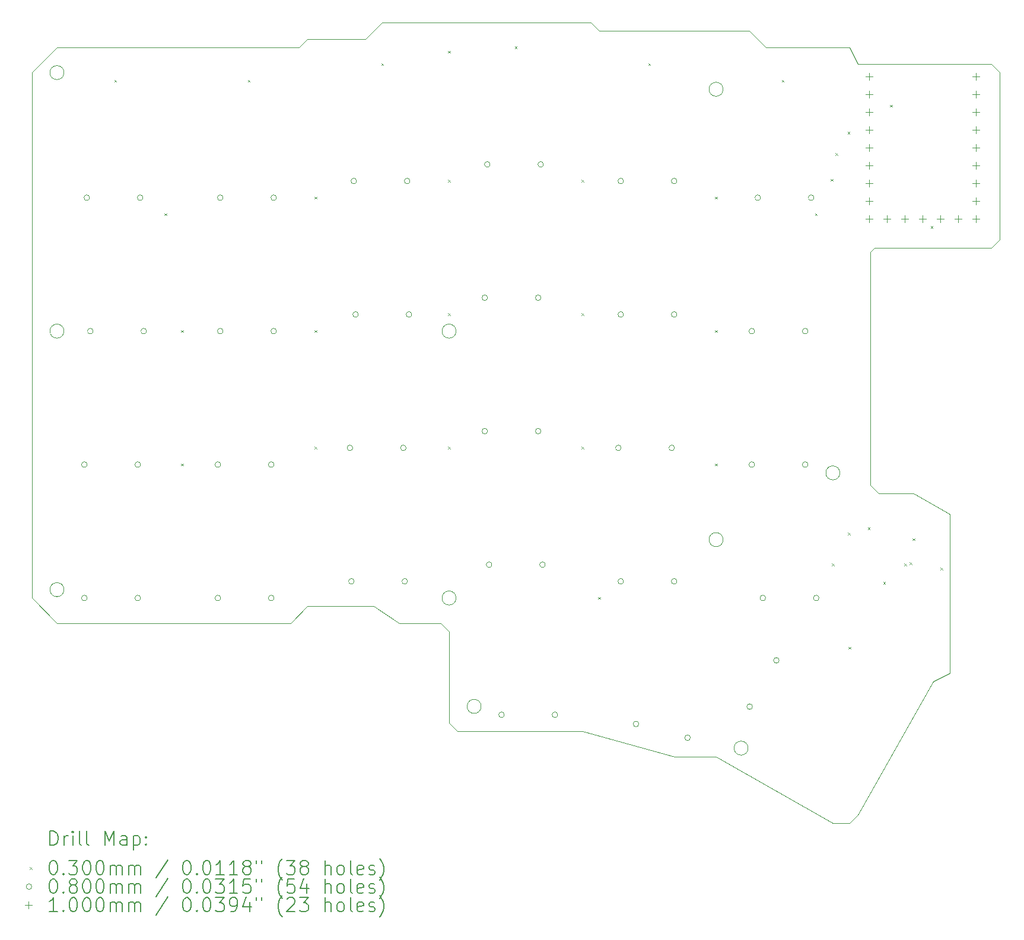
<source format=gbr>
%TF.GenerationSoftware,KiCad,Pcbnew,8.0.4*%
%TF.CreationDate,2024-09-10T03:21:52+03:00*%
%TF.ProjectId,silakka54,73696c61-6b6b-4613-9534-2e6b69636164,rev?*%
%TF.SameCoordinates,Original*%
%TF.FileFunction,Drillmap*%
%TF.FilePolarity,Positive*%
%FSLAX45Y45*%
G04 Gerber Fmt 4.5, Leading zero omitted, Abs format (unit mm)*
G04 Created by KiCad (PCBNEW 8.0.4) date 2024-09-10 03:21:52*
%MOMM*%
%LPD*%
G01*
G04 APERTURE LIST*
%ADD10C,0.050000*%
%ADD11C,0.100000*%
%ADD12C,0.200000*%
G04 APERTURE END LIST*
D10*
X10953750Y-2619375D02*
X13096875Y-2619375D01*
X13335000Y-2857500D01*
X14525625Y-2857500D01*
X14644687Y-3095625D01*
X16549687Y-3095625D01*
X16668750Y-3214687D01*
X16668750Y-5595937D01*
X16549687Y-5715000D01*
X14882812Y-5715000D01*
X14820000Y-5780000D01*
X14820000Y-9100000D01*
X14940000Y-9220000D01*
X15440000Y-9220000D01*
X15960000Y-9520000D01*
X15954375Y-11787187D01*
X15716250Y-11906250D01*
X14644687Y-13811250D01*
X14525625Y-13930312D01*
X14287500Y-13930312D01*
X12620625Y-12977812D01*
X12501562Y-12977812D01*
X12025312Y-12977812D01*
X10715625Y-12620625D01*
X8929688Y-12620625D01*
X8810625Y-12501562D01*
X8810625Y-11191875D01*
X8691563Y-11072813D01*
X8096250Y-11072813D01*
X7739062Y-10834688D01*
X6786562Y-10834688D01*
X6548437Y-11072813D01*
X3214687Y-11072813D01*
X2857500Y-10715625D01*
X2857500Y-3214687D01*
X3214687Y-2857500D01*
X6667500Y-2857500D01*
X6786562Y-2738438D01*
X7620000Y-2738438D01*
X7858125Y-2500313D01*
X10834688Y-2500313D01*
X10953750Y-2619375D01*
D11*
X3314687Y-10596563D02*
G75*
G02*
X3114687Y-10596563I-100000J0D01*
G01*
X3114687Y-10596563D02*
G75*
G02*
X3314687Y-10596563I100000J0D01*
G01*
X8910625Y-6905625D02*
G75*
G02*
X8710625Y-6905625I-100000J0D01*
G01*
X8710625Y-6905625D02*
G75*
G02*
X8910625Y-6905625I100000J0D01*
G01*
X9267813Y-12263437D02*
G75*
G02*
X9067813Y-12263437I-100000J0D01*
G01*
X9067813Y-12263437D02*
G75*
G02*
X9267813Y-12263437I100000J0D01*
G01*
X8910625Y-10715625D02*
G75*
G02*
X8710625Y-10715625I-100000J0D01*
G01*
X8710625Y-10715625D02*
G75*
G02*
X8910625Y-10715625I100000J0D01*
G01*
X12720625Y-3452812D02*
G75*
G02*
X12520625Y-3452812I-100000J0D01*
G01*
X12520625Y-3452812D02*
G75*
G02*
X12720625Y-3452812I100000J0D01*
G01*
X14387500Y-8929688D02*
G75*
G02*
X14187500Y-8929688I-100000J0D01*
G01*
X14187500Y-8929688D02*
G75*
G02*
X14387500Y-8929688I100000J0D01*
G01*
X12720625Y-9882188D02*
G75*
G02*
X12520625Y-9882188I-100000J0D01*
G01*
X12520625Y-9882188D02*
G75*
G02*
X12720625Y-9882188I100000J0D01*
G01*
X3314687Y-6905625D02*
G75*
G02*
X3114687Y-6905625I-100000J0D01*
G01*
X3114687Y-6905625D02*
G75*
G02*
X3314687Y-6905625I100000J0D01*
G01*
X13077812Y-12858750D02*
G75*
G02*
X12877812Y-12858750I-100000J0D01*
G01*
X12877812Y-12858750D02*
G75*
G02*
X13077812Y-12858750I100000J0D01*
G01*
X3314687Y-3214687D02*
G75*
G02*
X3114687Y-3214687I-100000J0D01*
G01*
X3114687Y-3214687D02*
G75*
G02*
X3314687Y-3214687I100000J0D01*
G01*
D12*
D11*
X4033125Y-3318750D02*
X4063125Y-3348750D01*
X4063125Y-3318750D02*
X4033125Y-3348750D01*
X4747500Y-5223750D02*
X4777500Y-5253750D01*
X4777500Y-5223750D02*
X4747500Y-5253750D01*
X4985625Y-6890625D02*
X5015625Y-6920625D01*
X5015625Y-6890625D02*
X4985625Y-6920625D01*
X4985625Y-8795625D02*
X5015625Y-8825625D01*
X5015625Y-8795625D02*
X4985625Y-8825625D01*
X5938125Y-3318750D02*
X5968125Y-3348750D01*
X5968125Y-3318750D02*
X5938125Y-3348750D01*
X6890625Y-4985625D02*
X6920625Y-5015625D01*
X6920625Y-4985625D02*
X6890625Y-5015625D01*
X6890625Y-6890625D02*
X6920625Y-6920625D01*
X6920625Y-6890625D02*
X6890625Y-6920625D01*
X6890625Y-8557500D02*
X6920625Y-8587500D01*
X6920625Y-8557500D02*
X6890625Y-8587500D01*
X7843125Y-3080625D02*
X7873125Y-3110625D01*
X7873125Y-3080625D02*
X7843125Y-3110625D01*
X8795625Y-2902500D02*
X8825625Y-2932500D01*
X8825625Y-2902500D02*
X8795625Y-2932500D01*
X8795625Y-4747500D02*
X8825625Y-4777500D01*
X8825625Y-4747500D02*
X8795625Y-4777500D01*
X8795625Y-6652500D02*
X8825625Y-6682500D01*
X8825625Y-6652500D02*
X8795625Y-6682500D01*
X8795625Y-8557500D02*
X8825625Y-8587500D01*
X8825625Y-8557500D02*
X8795625Y-8587500D01*
X9748125Y-2842500D02*
X9778125Y-2872500D01*
X9778125Y-2842500D02*
X9748125Y-2872500D01*
X10700625Y-4747500D02*
X10730625Y-4777500D01*
X10730625Y-4747500D02*
X10700625Y-4777500D01*
X10700625Y-6652500D02*
X10730625Y-6682500D01*
X10730625Y-6652500D02*
X10700625Y-6682500D01*
X10700625Y-8557500D02*
X10730625Y-8587500D01*
X10730625Y-8557500D02*
X10700625Y-8587500D01*
X10938750Y-10700625D02*
X10968750Y-10730625D01*
X10968750Y-10700625D02*
X10938750Y-10730625D01*
X11653125Y-3080625D02*
X11683125Y-3110625D01*
X11683125Y-3080625D02*
X11653125Y-3110625D01*
X12605625Y-4985625D02*
X12635625Y-5015625D01*
X12635625Y-4985625D02*
X12605625Y-5015625D01*
X12605625Y-6890625D02*
X12635625Y-6920625D01*
X12635625Y-6890625D02*
X12605625Y-6920625D01*
X12605625Y-8795625D02*
X12635625Y-8825625D01*
X12635625Y-8795625D02*
X12605625Y-8825625D01*
X13558125Y-3318750D02*
X13588125Y-3348750D01*
X13588125Y-3318750D02*
X13558125Y-3348750D01*
X14034375Y-5223750D02*
X14064375Y-5253750D01*
X14064375Y-5223750D02*
X14034375Y-5253750D01*
X14256827Y-4731827D02*
X14286827Y-4761827D01*
X14286827Y-4731827D02*
X14256827Y-4761827D01*
X14272500Y-10224375D02*
X14302500Y-10254375D01*
X14302500Y-10224375D02*
X14272500Y-10254375D01*
X14325000Y-4365000D02*
X14355000Y-4395000D01*
X14355000Y-4365000D02*
X14325000Y-4395000D01*
X14498198Y-4057794D02*
X14528198Y-4087794D01*
X14528198Y-4057794D02*
X14498198Y-4087794D01*
X14505000Y-9785000D02*
X14535000Y-9815000D01*
X14535000Y-9785000D02*
X14505000Y-9815000D01*
X14510625Y-11415000D02*
X14540625Y-11445000D01*
X14540625Y-11415000D02*
X14510625Y-11445000D01*
X14785000Y-9705000D02*
X14815000Y-9735000D01*
X14815000Y-9705000D02*
X14785000Y-9735000D01*
X15005000Y-10485000D02*
X15035000Y-10515000D01*
X15035000Y-10485000D02*
X15005000Y-10515000D01*
X15105937Y-3675937D02*
X15135937Y-3705937D01*
X15135937Y-3675937D02*
X15105937Y-3705937D01*
X15305000Y-10225000D02*
X15335000Y-10255000D01*
X15335000Y-10225000D02*
X15305000Y-10255000D01*
X15385000Y-10205000D02*
X15415000Y-10235000D01*
X15415000Y-10205000D02*
X15385000Y-10235000D01*
X15425000Y-9865000D02*
X15455000Y-9895000D01*
X15455000Y-9865000D02*
X15425000Y-9895000D01*
X15685000Y-5405000D02*
X15715000Y-5435000D01*
X15715000Y-5405000D02*
X15685000Y-5435000D01*
X15825000Y-10285000D02*
X15855000Y-10315000D01*
X15855000Y-10285000D02*
X15825000Y-10315000D01*
X3645875Y-8810625D02*
G75*
G02*
X3565875Y-8810625I-40000J0D01*
G01*
X3565875Y-8810625D02*
G75*
G02*
X3645875Y-8810625I40000J0D01*
G01*
X3645875Y-10715625D02*
G75*
G02*
X3565875Y-10715625I-40000J0D01*
G01*
X3565875Y-10715625D02*
G75*
G02*
X3645875Y-10715625I40000J0D01*
G01*
X3680875Y-5000625D02*
G75*
G02*
X3600875Y-5000625I-40000J0D01*
G01*
X3600875Y-5000625D02*
G75*
G02*
X3680875Y-5000625I40000J0D01*
G01*
X3730875Y-6905625D02*
G75*
G02*
X3650875Y-6905625I-40000J0D01*
G01*
X3650875Y-6905625D02*
G75*
G02*
X3730875Y-6905625I40000J0D01*
G01*
X4407875Y-8810625D02*
G75*
G02*
X4327875Y-8810625I-40000J0D01*
G01*
X4327875Y-8810625D02*
G75*
G02*
X4407875Y-8810625I40000J0D01*
G01*
X4407875Y-10715625D02*
G75*
G02*
X4327875Y-10715625I-40000J0D01*
G01*
X4327875Y-10715625D02*
G75*
G02*
X4407875Y-10715625I40000J0D01*
G01*
X4442875Y-5000625D02*
G75*
G02*
X4362875Y-5000625I-40000J0D01*
G01*
X4362875Y-5000625D02*
G75*
G02*
X4442875Y-5000625I40000J0D01*
G01*
X4492875Y-6905625D02*
G75*
G02*
X4412875Y-6905625I-40000J0D01*
G01*
X4412875Y-6905625D02*
G75*
G02*
X4492875Y-6905625I40000J0D01*
G01*
X5550875Y-8810625D02*
G75*
G02*
X5470875Y-8810625I-40000J0D01*
G01*
X5470875Y-8810625D02*
G75*
G02*
X5550875Y-8810625I40000J0D01*
G01*
X5550875Y-10715625D02*
G75*
G02*
X5470875Y-10715625I-40000J0D01*
G01*
X5470875Y-10715625D02*
G75*
G02*
X5550875Y-10715625I40000J0D01*
G01*
X5585875Y-5000625D02*
G75*
G02*
X5505875Y-5000625I-40000J0D01*
G01*
X5505875Y-5000625D02*
G75*
G02*
X5585875Y-5000625I40000J0D01*
G01*
X5585875Y-6905625D02*
G75*
G02*
X5505875Y-6905625I-40000J0D01*
G01*
X5505875Y-6905625D02*
G75*
G02*
X5585875Y-6905625I40000J0D01*
G01*
X6312875Y-8810625D02*
G75*
G02*
X6232875Y-8810625I-40000J0D01*
G01*
X6232875Y-8810625D02*
G75*
G02*
X6312875Y-8810625I40000J0D01*
G01*
X6312875Y-10715625D02*
G75*
G02*
X6232875Y-10715625I-40000J0D01*
G01*
X6232875Y-10715625D02*
G75*
G02*
X6312875Y-10715625I40000J0D01*
G01*
X6347875Y-5000625D02*
G75*
G02*
X6267875Y-5000625I-40000J0D01*
G01*
X6267875Y-5000625D02*
G75*
G02*
X6347875Y-5000625I40000J0D01*
G01*
X6347875Y-6905625D02*
G75*
G02*
X6267875Y-6905625I-40000J0D01*
G01*
X6267875Y-6905625D02*
G75*
G02*
X6347875Y-6905625I40000J0D01*
G01*
X7435875Y-8572500D02*
G75*
G02*
X7355875Y-8572500I-40000J0D01*
G01*
X7355875Y-8572500D02*
G75*
G02*
X7435875Y-8572500I40000J0D01*
G01*
X7455875Y-10477500D02*
G75*
G02*
X7375875Y-10477500I-40000J0D01*
G01*
X7375875Y-10477500D02*
G75*
G02*
X7455875Y-10477500I40000J0D01*
G01*
X7490875Y-4762500D02*
G75*
G02*
X7410875Y-4762500I-40000J0D01*
G01*
X7410875Y-4762500D02*
G75*
G02*
X7490875Y-4762500I40000J0D01*
G01*
X7515875Y-6667500D02*
G75*
G02*
X7435875Y-6667500I-40000J0D01*
G01*
X7435875Y-6667500D02*
G75*
G02*
X7515875Y-6667500I40000J0D01*
G01*
X8197875Y-8572500D02*
G75*
G02*
X8117875Y-8572500I-40000J0D01*
G01*
X8117875Y-8572500D02*
G75*
G02*
X8197875Y-8572500I40000J0D01*
G01*
X8217875Y-10477500D02*
G75*
G02*
X8137875Y-10477500I-40000J0D01*
G01*
X8137875Y-10477500D02*
G75*
G02*
X8217875Y-10477500I40000J0D01*
G01*
X8252875Y-4762500D02*
G75*
G02*
X8172875Y-4762500I-40000J0D01*
G01*
X8172875Y-4762500D02*
G75*
G02*
X8252875Y-4762500I40000J0D01*
G01*
X8277875Y-6667500D02*
G75*
G02*
X8197875Y-6667500I-40000J0D01*
G01*
X8197875Y-6667500D02*
G75*
G02*
X8277875Y-6667500I40000J0D01*
G01*
X9360875Y-8334375D02*
G75*
G02*
X9280875Y-8334375I-40000J0D01*
G01*
X9280875Y-8334375D02*
G75*
G02*
X9360875Y-8334375I40000J0D01*
G01*
X9360875Y-6429375D02*
G75*
G02*
X9280875Y-6429375I-40000J0D01*
G01*
X9280875Y-6429375D02*
G75*
G02*
X9360875Y-6429375I40000J0D01*
G01*
X9395875Y-4524375D02*
G75*
G02*
X9315875Y-4524375I-40000J0D01*
G01*
X9315875Y-4524375D02*
G75*
G02*
X9395875Y-4524375I40000J0D01*
G01*
X9422125Y-10239375D02*
G75*
G02*
X9342125Y-10239375I-40000J0D01*
G01*
X9342125Y-10239375D02*
G75*
G02*
X9422125Y-10239375I40000J0D01*
G01*
X9599000Y-12382500D02*
G75*
G02*
X9519000Y-12382500I-40000J0D01*
G01*
X9519000Y-12382500D02*
G75*
G02*
X9599000Y-12382500I40000J0D01*
G01*
X10122875Y-8334375D02*
G75*
G02*
X10042875Y-8334375I-40000J0D01*
G01*
X10042875Y-8334375D02*
G75*
G02*
X10122875Y-8334375I40000J0D01*
G01*
X10122875Y-6429375D02*
G75*
G02*
X10042875Y-6429375I-40000J0D01*
G01*
X10042875Y-6429375D02*
G75*
G02*
X10122875Y-6429375I40000J0D01*
G01*
X10157875Y-4524375D02*
G75*
G02*
X10077875Y-4524375I-40000J0D01*
G01*
X10077875Y-4524375D02*
G75*
G02*
X10157875Y-4524375I40000J0D01*
G01*
X10184125Y-10239375D02*
G75*
G02*
X10104125Y-10239375I-40000J0D01*
G01*
X10104125Y-10239375D02*
G75*
G02*
X10184125Y-10239375I40000J0D01*
G01*
X10361000Y-12382500D02*
G75*
G02*
X10281000Y-12382500I-40000J0D01*
G01*
X10281000Y-12382500D02*
G75*
G02*
X10361000Y-12382500I40000J0D01*
G01*
X11265875Y-8572500D02*
G75*
G02*
X11185875Y-8572500I-40000J0D01*
G01*
X11185875Y-8572500D02*
G75*
G02*
X11265875Y-8572500I40000J0D01*
G01*
X11300875Y-4762500D02*
G75*
G02*
X11220875Y-4762500I-40000J0D01*
G01*
X11220875Y-4762500D02*
G75*
G02*
X11300875Y-4762500I40000J0D01*
G01*
X11300875Y-6667500D02*
G75*
G02*
X11220875Y-6667500I-40000J0D01*
G01*
X11220875Y-6667500D02*
G75*
G02*
X11300875Y-6667500I40000J0D01*
G01*
X11300875Y-10477500D02*
G75*
G02*
X11220875Y-10477500I-40000J0D01*
G01*
X11220875Y-10477500D02*
G75*
G02*
X11300875Y-10477500I40000J0D01*
G01*
X11518175Y-12512956D02*
G75*
G02*
X11438175Y-12512956I-40000J0D01*
G01*
X11438175Y-12512956D02*
G75*
G02*
X11518175Y-12512956I40000J0D01*
G01*
X12027875Y-8572500D02*
G75*
G02*
X11947875Y-8572500I-40000J0D01*
G01*
X11947875Y-8572500D02*
G75*
G02*
X12027875Y-8572500I40000J0D01*
G01*
X12062875Y-4762500D02*
G75*
G02*
X11982875Y-4762500I-40000J0D01*
G01*
X11982875Y-4762500D02*
G75*
G02*
X12062875Y-4762500I40000J0D01*
G01*
X12062875Y-6667500D02*
G75*
G02*
X11982875Y-6667500I-40000J0D01*
G01*
X11982875Y-6667500D02*
G75*
G02*
X12062875Y-6667500I40000J0D01*
G01*
X12062875Y-10477500D02*
G75*
G02*
X11982875Y-10477500I-40000J0D01*
G01*
X11982875Y-10477500D02*
G75*
G02*
X12062875Y-10477500I40000J0D01*
G01*
X12254210Y-12710176D02*
G75*
G02*
X12174210Y-12710176I-40000J0D01*
G01*
X12174210Y-12710176D02*
G75*
G02*
X12254210Y-12710176I40000J0D01*
G01*
X13140750Y-12266517D02*
G75*
G02*
X13060750Y-12266517I-40000J0D01*
G01*
X13060750Y-12266517D02*
G75*
G02*
X13140750Y-12266517I40000J0D01*
G01*
X13170875Y-8810625D02*
G75*
G02*
X13090875Y-8810625I-40000J0D01*
G01*
X13090875Y-8810625D02*
G75*
G02*
X13170875Y-8810625I40000J0D01*
G01*
X13170875Y-6905625D02*
G75*
G02*
X13090875Y-6905625I-40000J0D01*
G01*
X13090875Y-6905625D02*
G75*
G02*
X13170875Y-6905625I40000J0D01*
G01*
X13255875Y-5000625D02*
G75*
G02*
X13175875Y-5000625I-40000J0D01*
G01*
X13175875Y-5000625D02*
G75*
G02*
X13255875Y-5000625I40000J0D01*
G01*
X13327375Y-10715625D02*
G75*
G02*
X13247375Y-10715625I-40000J0D01*
G01*
X13247375Y-10715625D02*
G75*
G02*
X13327375Y-10715625I40000J0D01*
G01*
X13521750Y-11606605D02*
G75*
G02*
X13441750Y-11606605I-40000J0D01*
G01*
X13441750Y-11606605D02*
G75*
G02*
X13521750Y-11606605I40000J0D01*
G01*
X13932875Y-8810625D02*
G75*
G02*
X13852875Y-8810625I-40000J0D01*
G01*
X13852875Y-8810625D02*
G75*
G02*
X13932875Y-8810625I40000J0D01*
G01*
X13932875Y-6905625D02*
G75*
G02*
X13852875Y-6905625I-40000J0D01*
G01*
X13852875Y-6905625D02*
G75*
G02*
X13932875Y-6905625I40000J0D01*
G01*
X14017875Y-5000625D02*
G75*
G02*
X13937875Y-5000625I-40000J0D01*
G01*
X13937875Y-5000625D02*
G75*
G02*
X14017875Y-5000625I40000J0D01*
G01*
X14089375Y-10715625D02*
G75*
G02*
X14009375Y-10715625I-40000J0D01*
G01*
X14009375Y-10715625D02*
G75*
G02*
X14089375Y-10715625I40000J0D01*
G01*
X14808875Y-3223125D02*
X14808875Y-3323125D01*
X14758875Y-3273125D02*
X14858875Y-3273125D01*
X14808875Y-3477125D02*
X14808875Y-3577125D01*
X14758875Y-3527125D02*
X14858875Y-3527125D01*
X14808875Y-3731125D02*
X14808875Y-3831125D01*
X14758875Y-3781125D02*
X14858875Y-3781125D01*
X14808875Y-3985125D02*
X14808875Y-4085125D01*
X14758875Y-4035125D02*
X14858875Y-4035125D01*
X14808875Y-4239125D02*
X14808875Y-4339125D01*
X14758875Y-4289125D02*
X14858875Y-4289125D01*
X14808875Y-4493125D02*
X14808875Y-4593125D01*
X14758875Y-4543125D02*
X14858875Y-4543125D01*
X14808875Y-4747125D02*
X14808875Y-4847125D01*
X14758875Y-4797125D02*
X14858875Y-4797125D01*
X14808875Y-5001125D02*
X14808875Y-5101125D01*
X14758875Y-5051125D02*
X14858875Y-5051125D01*
X14808875Y-5255125D02*
X14808875Y-5355125D01*
X14758875Y-5305125D02*
X14858875Y-5305125D01*
X15062875Y-5255125D02*
X15062875Y-5355125D01*
X15012875Y-5305125D02*
X15112875Y-5305125D01*
X15316875Y-5255125D02*
X15316875Y-5355125D01*
X15266875Y-5305125D02*
X15366875Y-5305125D01*
X15570875Y-5255125D02*
X15570875Y-5355125D01*
X15520875Y-5305125D02*
X15620875Y-5305125D01*
X15824875Y-5255125D02*
X15824875Y-5355125D01*
X15774875Y-5305125D02*
X15874875Y-5305125D01*
X16078875Y-5255125D02*
X16078875Y-5355125D01*
X16028875Y-5305125D02*
X16128875Y-5305125D01*
X16332875Y-3223125D02*
X16332875Y-3323125D01*
X16282875Y-3273125D02*
X16382875Y-3273125D01*
X16332875Y-3477125D02*
X16332875Y-3577125D01*
X16282875Y-3527125D02*
X16382875Y-3527125D01*
X16332875Y-3731125D02*
X16332875Y-3831125D01*
X16282875Y-3781125D02*
X16382875Y-3781125D01*
X16332875Y-3985125D02*
X16332875Y-4085125D01*
X16282875Y-4035125D02*
X16382875Y-4035125D01*
X16332875Y-4239125D02*
X16332875Y-4339125D01*
X16282875Y-4289125D02*
X16382875Y-4289125D01*
X16332875Y-4493125D02*
X16332875Y-4593125D01*
X16282875Y-4543125D02*
X16382875Y-4543125D01*
X16332875Y-4747125D02*
X16332875Y-4847125D01*
X16282875Y-4797125D02*
X16382875Y-4797125D01*
X16332875Y-5001125D02*
X16332875Y-5101125D01*
X16282875Y-5051125D02*
X16382875Y-5051125D01*
X16332875Y-5255125D02*
X16332875Y-5355125D01*
X16282875Y-5305125D02*
X16382875Y-5305125D01*
D12*
X3115777Y-14244296D02*
X3115777Y-14044296D01*
X3115777Y-14044296D02*
X3163396Y-14044296D01*
X3163396Y-14044296D02*
X3191967Y-14053820D01*
X3191967Y-14053820D02*
X3211015Y-14072868D01*
X3211015Y-14072868D02*
X3220539Y-14091915D01*
X3220539Y-14091915D02*
X3230062Y-14130010D01*
X3230062Y-14130010D02*
X3230062Y-14158582D01*
X3230062Y-14158582D02*
X3220539Y-14196677D01*
X3220539Y-14196677D02*
X3211015Y-14215725D01*
X3211015Y-14215725D02*
X3191967Y-14234772D01*
X3191967Y-14234772D02*
X3163396Y-14244296D01*
X3163396Y-14244296D02*
X3115777Y-14244296D01*
X3315777Y-14244296D02*
X3315777Y-14110963D01*
X3315777Y-14149058D02*
X3325301Y-14130010D01*
X3325301Y-14130010D02*
X3334824Y-14120487D01*
X3334824Y-14120487D02*
X3353872Y-14110963D01*
X3353872Y-14110963D02*
X3372920Y-14110963D01*
X3439586Y-14244296D02*
X3439586Y-14110963D01*
X3439586Y-14044296D02*
X3430062Y-14053820D01*
X3430062Y-14053820D02*
X3439586Y-14063344D01*
X3439586Y-14063344D02*
X3449110Y-14053820D01*
X3449110Y-14053820D02*
X3439586Y-14044296D01*
X3439586Y-14044296D02*
X3439586Y-14063344D01*
X3563396Y-14244296D02*
X3544348Y-14234772D01*
X3544348Y-14234772D02*
X3534824Y-14215725D01*
X3534824Y-14215725D02*
X3534824Y-14044296D01*
X3668158Y-14244296D02*
X3649110Y-14234772D01*
X3649110Y-14234772D02*
X3639586Y-14215725D01*
X3639586Y-14215725D02*
X3639586Y-14044296D01*
X3896729Y-14244296D02*
X3896729Y-14044296D01*
X3896729Y-14044296D02*
X3963396Y-14187153D01*
X3963396Y-14187153D02*
X4030062Y-14044296D01*
X4030062Y-14044296D02*
X4030062Y-14244296D01*
X4211015Y-14244296D02*
X4211015Y-14139534D01*
X4211015Y-14139534D02*
X4201491Y-14120487D01*
X4201491Y-14120487D02*
X4182443Y-14110963D01*
X4182443Y-14110963D02*
X4144348Y-14110963D01*
X4144348Y-14110963D02*
X4125301Y-14120487D01*
X4211015Y-14234772D02*
X4191967Y-14244296D01*
X4191967Y-14244296D02*
X4144348Y-14244296D01*
X4144348Y-14244296D02*
X4125301Y-14234772D01*
X4125301Y-14234772D02*
X4115777Y-14215725D01*
X4115777Y-14215725D02*
X4115777Y-14196677D01*
X4115777Y-14196677D02*
X4125301Y-14177630D01*
X4125301Y-14177630D02*
X4144348Y-14168106D01*
X4144348Y-14168106D02*
X4191967Y-14168106D01*
X4191967Y-14168106D02*
X4211015Y-14158582D01*
X4306253Y-14110963D02*
X4306253Y-14310963D01*
X4306253Y-14120487D02*
X4325301Y-14110963D01*
X4325301Y-14110963D02*
X4363396Y-14110963D01*
X4363396Y-14110963D02*
X4382444Y-14120487D01*
X4382444Y-14120487D02*
X4391967Y-14130010D01*
X4391967Y-14130010D02*
X4401491Y-14149058D01*
X4401491Y-14149058D02*
X4401491Y-14206201D01*
X4401491Y-14206201D02*
X4391967Y-14225249D01*
X4391967Y-14225249D02*
X4382444Y-14234772D01*
X4382444Y-14234772D02*
X4363396Y-14244296D01*
X4363396Y-14244296D02*
X4325301Y-14244296D01*
X4325301Y-14244296D02*
X4306253Y-14234772D01*
X4487205Y-14225249D02*
X4496729Y-14234772D01*
X4496729Y-14234772D02*
X4487205Y-14244296D01*
X4487205Y-14244296D02*
X4477682Y-14234772D01*
X4477682Y-14234772D02*
X4487205Y-14225249D01*
X4487205Y-14225249D02*
X4487205Y-14244296D01*
X4487205Y-14120487D02*
X4496729Y-14130010D01*
X4496729Y-14130010D02*
X4487205Y-14139534D01*
X4487205Y-14139534D02*
X4477682Y-14130010D01*
X4477682Y-14130010D02*
X4487205Y-14120487D01*
X4487205Y-14120487D02*
X4487205Y-14139534D01*
D11*
X2825000Y-14557812D02*
X2855000Y-14587812D01*
X2855000Y-14557812D02*
X2825000Y-14587812D01*
D12*
X3153872Y-14464296D02*
X3172920Y-14464296D01*
X3172920Y-14464296D02*
X3191967Y-14473820D01*
X3191967Y-14473820D02*
X3201491Y-14483344D01*
X3201491Y-14483344D02*
X3211015Y-14502391D01*
X3211015Y-14502391D02*
X3220539Y-14540487D01*
X3220539Y-14540487D02*
X3220539Y-14588106D01*
X3220539Y-14588106D02*
X3211015Y-14626201D01*
X3211015Y-14626201D02*
X3201491Y-14645249D01*
X3201491Y-14645249D02*
X3191967Y-14654772D01*
X3191967Y-14654772D02*
X3172920Y-14664296D01*
X3172920Y-14664296D02*
X3153872Y-14664296D01*
X3153872Y-14664296D02*
X3134824Y-14654772D01*
X3134824Y-14654772D02*
X3125301Y-14645249D01*
X3125301Y-14645249D02*
X3115777Y-14626201D01*
X3115777Y-14626201D02*
X3106253Y-14588106D01*
X3106253Y-14588106D02*
X3106253Y-14540487D01*
X3106253Y-14540487D02*
X3115777Y-14502391D01*
X3115777Y-14502391D02*
X3125301Y-14483344D01*
X3125301Y-14483344D02*
X3134824Y-14473820D01*
X3134824Y-14473820D02*
X3153872Y-14464296D01*
X3306253Y-14645249D02*
X3315777Y-14654772D01*
X3315777Y-14654772D02*
X3306253Y-14664296D01*
X3306253Y-14664296D02*
X3296729Y-14654772D01*
X3296729Y-14654772D02*
X3306253Y-14645249D01*
X3306253Y-14645249D02*
X3306253Y-14664296D01*
X3382443Y-14464296D02*
X3506253Y-14464296D01*
X3506253Y-14464296D02*
X3439586Y-14540487D01*
X3439586Y-14540487D02*
X3468158Y-14540487D01*
X3468158Y-14540487D02*
X3487205Y-14550010D01*
X3487205Y-14550010D02*
X3496729Y-14559534D01*
X3496729Y-14559534D02*
X3506253Y-14578582D01*
X3506253Y-14578582D02*
X3506253Y-14626201D01*
X3506253Y-14626201D02*
X3496729Y-14645249D01*
X3496729Y-14645249D02*
X3487205Y-14654772D01*
X3487205Y-14654772D02*
X3468158Y-14664296D01*
X3468158Y-14664296D02*
X3411015Y-14664296D01*
X3411015Y-14664296D02*
X3391967Y-14654772D01*
X3391967Y-14654772D02*
X3382443Y-14645249D01*
X3630062Y-14464296D02*
X3649110Y-14464296D01*
X3649110Y-14464296D02*
X3668158Y-14473820D01*
X3668158Y-14473820D02*
X3677682Y-14483344D01*
X3677682Y-14483344D02*
X3687205Y-14502391D01*
X3687205Y-14502391D02*
X3696729Y-14540487D01*
X3696729Y-14540487D02*
X3696729Y-14588106D01*
X3696729Y-14588106D02*
X3687205Y-14626201D01*
X3687205Y-14626201D02*
X3677682Y-14645249D01*
X3677682Y-14645249D02*
X3668158Y-14654772D01*
X3668158Y-14654772D02*
X3649110Y-14664296D01*
X3649110Y-14664296D02*
X3630062Y-14664296D01*
X3630062Y-14664296D02*
X3611015Y-14654772D01*
X3611015Y-14654772D02*
X3601491Y-14645249D01*
X3601491Y-14645249D02*
X3591967Y-14626201D01*
X3591967Y-14626201D02*
X3582443Y-14588106D01*
X3582443Y-14588106D02*
X3582443Y-14540487D01*
X3582443Y-14540487D02*
X3591967Y-14502391D01*
X3591967Y-14502391D02*
X3601491Y-14483344D01*
X3601491Y-14483344D02*
X3611015Y-14473820D01*
X3611015Y-14473820D02*
X3630062Y-14464296D01*
X3820539Y-14464296D02*
X3839586Y-14464296D01*
X3839586Y-14464296D02*
X3858634Y-14473820D01*
X3858634Y-14473820D02*
X3868158Y-14483344D01*
X3868158Y-14483344D02*
X3877682Y-14502391D01*
X3877682Y-14502391D02*
X3887205Y-14540487D01*
X3887205Y-14540487D02*
X3887205Y-14588106D01*
X3887205Y-14588106D02*
X3877682Y-14626201D01*
X3877682Y-14626201D02*
X3868158Y-14645249D01*
X3868158Y-14645249D02*
X3858634Y-14654772D01*
X3858634Y-14654772D02*
X3839586Y-14664296D01*
X3839586Y-14664296D02*
X3820539Y-14664296D01*
X3820539Y-14664296D02*
X3801491Y-14654772D01*
X3801491Y-14654772D02*
X3791967Y-14645249D01*
X3791967Y-14645249D02*
X3782443Y-14626201D01*
X3782443Y-14626201D02*
X3772920Y-14588106D01*
X3772920Y-14588106D02*
X3772920Y-14540487D01*
X3772920Y-14540487D02*
X3782443Y-14502391D01*
X3782443Y-14502391D02*
X3791967Y-14483344D01*
X3791967Y-14483344D02*
X3801491Y-14473820D01*
X3801491Y-14473820D02*
X3820539Y-14464296D01*
X3972920Y-14664296D02*
X3972920Y-14530963D01*
X3972920Y-14550010D02*
X3982443Y-14540487D01*
X3982443Y-14540487D02*
X4001491Y-14530963D01*
X4001491Y-14530963D02*
X4030063Y-14530963D01*
X4030063Y-14530963D02*
X4049110Y-14540487D01*
X4049110Y-14540487D02*
X4058634Y-14559534D01*
X4058634Y-14559534D02*
X4058634Y-14664296D01*
X4058634Y-14559534D02*
X4068158Y-14540487D01*
X4068158Y-14540487D02*
X4087205Y-14530963D01*
X4087205Y-14530963D02*
X4115777Y-14530963D01*
X4115777Y-14530963D02*
X4134824Y-14540487D01*
X4134824Y-14540487D02*
X4144348Y-14559534D01*
X4144348Y-14559534D02*
X4144348Y-14664296D01*
X4239586Y-14664296D02*
X4239586Y-14530963D01*
X4239586Y-14550010D02*
X4249110Y-14540487D01*
X4249110Y-14540487D02*
X4268158Y-14530963D01*
X4268158Y-14530963D02*
X4296729Y-14530963D01*
X4296729Y-14530963D02*
X4315777Y-14540487D01*
X4315777Y-14540487D02*
X4325301Y-14559534D01*
X4325301Y-14559534D02*
X4325301Y-14664296D01*
X4325301Y-14559534D02*
X4334825Y-14540487D01*
X4334825Y-14540487D02*
X4353872Y-14530963D01*
X4353872Y-14530963D02*
X4382444Y-14530963D01*
X4382444Y-14530963D02*
X4401491Y-14540487D01*
X4401491Y-14540487D02*
X4411015Y-14559534D01*
X4411015Y-14559534D02*
X4411015Y-14664296D01*
X4801491Y-14454772D02*
X4630063Y-14711915D01*
X5058634Y-14464296D02*
X5077682Y-14464296D01*
X5077682Y-14464296D02*
X5096729Y-14473820D01*
X5096729Y-14473820D02*
X5106253Y-14483344D01*
X5106253Y-14483344D02*
X5115777Y-14502391D01*
X5115777Y-14502391D02*
X5125301Y-14540487D01*
X5125301Y-14540487D02*
X5125301Y-14588106D01*
X5125301Y-14588106D02*
X5115777Y-14626201D01*
X5115777Y-14626201D02*
X5106253Y-14645249D01*
X5106253Y-14645249D02*
X5096729Y-14654772D01*
X5096729Y-14654772D02*
X5077682Y-14664296D01*
X5077682Y-14664296D02*
X5058634Y-14664296D01*
X5058634Y-14664296D02*
X5039587Y-14654772D01*
X5039587Y-14654772D02*
X5030063Y-14645249D01*
X5030063Y-14645249D02*
X5020539Y-14626201D01*
X5020539Y-14626201D02*
X5011015Y-14588106D01*
X5011015Y-14588106D02*
X5011015Y-14540487D01*
X5011015Y-14540487D02*
X5020539Y-14502391D01*
X5020539Y-14502391D02*
X5030063Y-14483344D01*
X5030063Y-14483344D02*
X5039587Y-14473820D01*
X5039587Y-14473820D02*
X5058634Y-14464296D01*
X5211015Y-14645249D02*
X5220539Y-14654772D01*
X5220539Y-14654772D02*
X5211015Y-14664296D01*
X5211015Y-14664296D02*
X5201491Y-14654772D01*
X5201491Y-14654772D02*
X5211015Y-14645249D01*
X5211015Y-14645249D02*
X5211015Y-14664296D01*
X5344348Y-14464296D02*
X5363396Y-14464296D01*
X5363396Y-14464296D02*
X5382444Y-14473820D01*
X5382444Y-14473820D02*
X5391968Y-14483344D01*
X5391968Y-14483344D02*
X5401491Y-14502391D01*
X5401491Y-14502391D02*
X5411015Y-14540487D01*
X5411015Y-14540487D02*
X5411015Y-14588106D01*
X5411015Y-14588106D02*
X5401491Y-14626201D01*
X5401491Y-14626201D02*
X5391968Y-14645249D01*
X5391968Y-14645249D02*
X5382444Y-14654772D01*
X5382444Y-14654772D02*
X5363396Y-14664296D01*
X5363396Y-14664296D02*
X5344348Y-14664296D01*
X5344348Y-14664296D02*
X5325301Y-14654772D01*
X5325301Y-14654772D02*
X5315777Y-14645249D01*
X5315777Y-14645249D02*
X5306253Y-14626201D01*
X5306253Y-14626201D02*
X5296729Y-14588106D01*
X5296729Y-14588106D02*
X5296729Y-14540487D01*
X5296729Y-14540487D02*
X5306253Y-14502391D01*
X5306253Y-14502391D02*
X5315777Y-14483344D01*
X5315777Y-14483344D02*
X5325301Y-14473820D01*
X5325301Y-14473820D02*
X5344348Y-14464296D01*
X5601491Y-14664296D02*
X5487206Y-14664296D01*
X5544348Y-14664296D02*
X5544348Y-14464296D01*
X5544348Y-14464296D02*
X5525301Y-14492868D01*
X5525301Y-14492868D02*
X5506253Y-14511915D01*
X5506253Y-14511915D02*
X5487206Y-14521439D01*
X5791967Y-14664296D02*
X5677682Y-14664296D01*
X5734825Y-14664296D02*
X5734825Y-14464296D01*
X5734825Y-14464296D02*
X5715777Y-14492868D01*
X5715777Y-14492868D02*
X5696729Y-14511915D01*
X5696729Y-14511915D02*
X5677682Y-14521439D01*
X5906253Y-14550010D02*
X5887206Y-14540487D01*
X5887206Y-14540487D02*
X5877682Y-14530963D01*
X5877682Y-14530963D02*
X5868158Y-14511915D01*
X5868158Y-14511915D02*
X5868158Y-14502391D01*
X5868158Y-14502391D02*
X5877682Y-14483344D01*
X5877682Y-14483344D02*
X5887206Y-14473820D01*
X5887206Y-14473820D02*
X5906253Y-14464296D01*
X5906253Y-14464296D02*
X5944348Y-14464296D01*
X5944348Y-14464296D02*
X5963396Y-14473820D01*
X5963396Y-14473820D02*
X5972920Y-14483344D01*
X5972920Y-14483344D02*
X5982444Y-14502391D01*
X5982444Y-14502391D02*
X5982444Y-14511915D01*
X5982444Y-14511915D02*
X5972920Y-14530963D01*
X5972920Y-14530963D02*
X5963396Y-14540487D01*
X5963396Y-14540487D02*
X5944348Y-14550010D01*
X5944348Y-14550010D02*
X5906253Y-14550010D01*
X5906253Y-14550010D02*
X5887206Y-14559534D01*
X5887206Y-14559534D02*
X5877682Y-14569058D01*
X5877682Y-14569058D02*
X5868158Y-14588106D01*
X5868158Y-14588106D02*
X5868158Y-14626201D01*
X5868158Y-14626201D02*
X5877682Y-14645249D01*
X5877682Y-14645249D02*
X5887206Y-14654772D01*
X5887206Y-14654772D02*
X5906253Y-14664296D01*
X5906253Y-14664296D02*
X5944348Y-14664296D01*
X5944348Y-14664296D02*
X5963396Y-14654772D01*
X5963396Y-14654772D02*
X5972920Y-14645249D01*
X5972920Y-14645249D02*
X5982444Y-14626201D01*
X5982444Y-14626201D02*
X5982444Y-14588106D01*
X5982444Y-14588106D02*
X5972920Y-14569058D01*
X5972920Y-14569058D02*
X5963396Y-14559534D01*
X5963396Y-14559534D02*
X5944348Y-14550010D01*
X6058634Y-14464296D02*
X6058634Y-14502391D01*
X6134825Y-14464296D02*
X6134825Y-14502391D01*
X6430063Y-14740487D02*
X6420539Y-14730963D01*
X6420539Y-14730963D02*
X6401491Y-14702391D01*
X6401491Y-14702391D02*
X6391968Y-14683344D01*
X6391968Y-14683344D02*
X6382444Y-14654772D01*
X6382444Y-14654772D02*
X6372920Y-14607153D01*
X6372920Y-14607153D02*
X6372920Y-14569058D01*
X6372920Y-14569058D02*
X6382444Y-14521439D01*
X6382444Y-14521439D02*
X6391968Y-14492868D01*
X6391968Y-14492868D02*
X6401491Y-14473820D01*
X6401491Y-14473820D02*
X6420539Y-14445249D01*
X6420539Y-14445249D02*
X6430063Y-14435725D01*
X6487206Y-14464296D02*
X6611015Y-14464296D01*
X6611015Y-14464296D02*
X6544348Y-14540487D01*
X6544348Y-14540487D02*
X6572920Y-14540487D01*
X6572920Y-14540487D02*
X6591968Y-14550010D01*
X6591968Y-14550010D02*
X6601491Y-14559534D01*
X6601491Y-14559534D02*
X6611015Y-14578582D01*
X6611015Y-14578582D02*
X6611015Y-14626201D01*
X6611015Y-14626201D02*
X6601491Y-14645249D01*
X6601491Y-14645249D02*
X6591968Y-14654772D01*
X6591968Y-14654772D02*
X6572920Y-14664296D01*
X6572920Y-14664296D02*
X6515777Y-14664296D01*
X6515777Y-14664296D02*
X6496729Y-14654772D01*
X6496729Y-14654772D02*
X6487206Y-14645249D01*
X6725301Y-14550010D02*
X6706253Y-14540487D01*
X6706253Y-14540487D02*
X6696729Y-14530963D01*
X6696729Y-14530963D02*
X6687206Y-14511915D01*
X6687206Y-14511915D02*
X6687206Y-14502391D01*
X6687206Y-14502391D02*
X6696729Y-14483344D01*
X6696729Y-14483344D02*
X6706253Y-14473820D01*
X6706253Y-14473820D02*
X6725301Y-14464296D01*
X6725301Y-14464296D02*
X6763396Y-14464296D01*
X6763396Y-14464296D02*
X6782444Y-14473820D01*
X6782444Y-14473820D02*
X6791968Y-14483344D01*
X6791968Y-14483344D02*
X6801491Y-14502391D01*
X6801491Y-14502391D02*
X6801491Y-14511915D01*
X6801491Y-14511915D02*
X6791968Y-14530963D01*
X6791968Y-14530963D02*
X6782444Y-14540487D01*
X6782444Y-14540487D02*
X6763396Y-14550010D01*
X6763396Y-14550010D02*
X6725301Y-14550010D01*
X6725301Y-14550010D02*
X6706253Y-14559534D01*
X6706253Y-14559534D02*
X6696729Y-14569058D01*
X6696729Y-14569058D02*
X6687206Y-14588106D01*
X6687206Y-14588106D02*
X6687206Y-14626201D01*
X6687206Y-14626201D02*
X6696729Y-14645249D01*
X6696729Y-14645249D02*
X6706253Y-14654772D01*
X6706253Y-14654772D02*
X6725301Y-14664296D01*
X6725301Y-14664296D02*
X6763396Y-14664296D01*
X6763396Y-14664296D02*
X6782444Y-14654772D01*
X6782444Y-14654772D02*
X6791968Y-14645249D01*
X6791968Y-14645249D02*
X6801491Y-14626201D01*
X6801491Y-14626201D02*
X6801491Y-14588106D01*
X6801491Y-14588106D02*
X6791968Y-14569058D01*
X6791968Y-14569058D02*
X6782444Y-14559534D01*
X6782444Y-14559534D02*
X6763396Y-14550010D01*
X7039587Y-14664296D02*
X7039587Y-14464296D01*
X7125301Y-14664296D02*
X7125301Y-14559534D01*
X7125301Y-14559534D02*
X7115777Y-14540487D01*
X7115777Y-14540487D02*
X7096730Y-14530963D01*
X7096730Y-14530963D02*
X7068158Y-14530963D01*
X7068158Y-14530963D02*
X7049110Y-14540487D01*
X7049110Y-14540487D02*
X7039587Y-14550010D01*
X7249110Y-14664296D02*
X7230063Y-14654772D01*
X7230063Y-14654772D02*
X7220539Y-14645249D01*
X7220539Y-14645249D02*
X7211015Y-14626201D01*
X7211015Y-14626201D02*
X7211015Y-14569058D01*
X7211015Y-14569058D02*
X7220539Y-14550010D01*
X7220539Y-14550010D02*
X7230063Y-14540487D01*
X7230063Y-14540487D02*
X7249110Y-14530963D01*
X7249110Y-14530963D02*
X7277682Y-14530963D01*
X7277682Y-14530963D02*
X7296730Y-14540487D01*
X7296730Y-14540487D02*
X7306253Y-14550010D01*
X7306253Y-14550010D02*
X7315777Y-14569058D01*
X7315777Y-14569058D02*
X7315777Y-14626201D01*
X7315777Y-14626201D02*
X7306253Y-14645249D01*
X7306253Y-14645249D02*
X7296730Y-14654772D01*
X7296730Y-14654772D02*
X7277682Y-14664296D01*
X7277682Y-14664296D02*
X7249110Y-14664296D01*
X7430063Y-14664296D02*
X7411015Y-14654772D01*
X7411015Y-14654772D02*
X7401491Y-14635725D01*
X7401491Y-14635725D02*
X7401491Y-14464296D01*
X7582444Y-14654772D02*
X7563396Y-14664296D01*
X7563396Y-14664296D02*
X7525301Y-14664296D01*
X7525301Y-14664296D02*
X7506253Y-14654772D01*
X7506253Y-14654772D02*
X7496730Y-14635725D01*
X7496730Y-14635725D02*
X7496730Y-14559534D01*
X7496730Y-14559534D02*
X7506253Y-14540487D01*
X7506253Y-14540487D02*
X7525301Y-14530963D01*
X7525301Y-14530963D02*
X7563396Y-14530963D01*
X7563396Y-14530963D02*
X7582444Y-14540487D01*
X7582444Y-14540487D02*
X7591968Y-14559534D01*
X7591968Y-14559534D02*
X7591968Y-14578582D01*
X7591968Y-14578582D02*
X7496730Y-14597630D01*
X7668158Y-14654772D02*
X7687206Y-14664296D01*
X7687206Y-14664296D02*
X7725301Y-14664296D01*
X7725301Y-14664296D02*
X7744349Y-14654772D01*
X7744349Y-14654772D02*
X7753872Y-14635725D01*
X7753872Y-14635725D02*
X7753872Y-14626201D01*
X7753872Y-14626201D02*
X7744349Y-14607153D01*
X7744349Y-14607153D02*
X7725301Y-14597630D01*
X7725301Y-14597630D02*
X7696730Y-14597630D01*
X7696730Y-14597630D02*
X7677682Y-14588106D01*
X7677682Y-14588106D02*
X7668158Y-14569058D01*
X7668158Y-14569058D02*
X7668158Y-14559534D01*
X7668158Y-14559534D02*
X7677682Y-14540487D01*
X7677682Y-14540487D02*
X7696730Y-14530963D01*
X7696730Y-14530963D02*
X7725301Y-14530963D01*
X7725301Y-14530963D02*
X7744349Y-14540487D01*
X7820539Y-14740487D02*
X7830063Y-14730963D01*
X7830063Y-14730963D02*
X7849111Y-14702391D01*
X7849111Y-14702391D02*
X7858634Y-14683344D01*
X7858634Y-14683344D02*
X7868158Y-14654772D01*
X7868158Y-14654772D02*
X7877682Y-14607153D01*
X7877682Y-14607153D02*
X7877682Y-14569058D01*
X7877682Y-14569058D02*
X7868158Y-14521439D01*
X7868158Y-14521439D02*
X7858634Y-14492868D01*
X7858634Y-14492868D02*
X7849111Y-14473820D01*
X7849111Y-14473820D02*
X7830063Y-14445249D01*
X7830063Y-14445249D02*
X7820539Y-14435725D01*
D11*
X2855000Y-14836812D02*
G75*
G02*
X2775000Y-14836812I-40000J0D01*
G01*
X2775000Y-14836812D02*
G75*
G02*
X2855000Y-14836812I40000J0D01*
G01*
D12*
X3153872Y-14728296D02*
X3172920Y-14728296D01*
X3172920Y-14728296D02*
X3191967Y-14737820D01*
X3191967Y-14737820D02*
X3201491Y-14747344D01*
X3201491Y-14747344D02*
X3211015Y-14766391D01*
X3211015Y-14766391D02*
X3220539Y-14804487D01*
X3220539Y-14804487D02*
X3220539Y-14852106D01*
X3220539Y-14852106D02*
X3211015Y-14890201D01*
X3211015Y-14890201D02*
X3201491Y-14909249D01*
X3201491Y-14909249D02*
X3191967Y-14918772D01*
X3191967Y-14918772D02*
X3172920Y-14928296D01*
X3172920Y-14928296D02*
X3153872Y-14928296D01*
X3153872Y-14928296D02*
X3134824Y-14918772D01*
X3134824Y-14918772D02*
X3125301Y-14909249D01*
X3125301Y-14909249D02*
X3115777Y-14890201D01*
X3115777Y-14890201D02*
X3106253Y-14852106D01*
X3106253Y-14852106D02*
X3106253Y-14804487D01*
X3106253Y-14804487D02*
X3115777Y-14766391D01*
X3115777Y-14766391D02*
X3125301Y-14747344D01*
X3125301Y-14747344D02*
X3134824Y-14737820D01*
X3134824Y-14737820D02*
X3153872Y-14728296D01*
X3306253Y-14909249D02*
X3315777Y-14918772D01*
X3315777Y-14918772D02*
X3306253Y-14928296D01*
X3306253Y-14928296D02*
X3296729Y-14918772D01*
X3296729Y-14918772D02*
X3306253Y-14909249D01*
X3306253Y-14909249D02*
X3306253Y-14928296D01*
X3430062Y-14814010D02*
X3411015Y-14804487D01*
X3411015Y-14804487D02*
X3401491Y-14794963D01*
X3401491Y-14794963D02*
X3391967Y-14775915D01*
X3391967Y-14775915D02*
X3391967Y-14766391D01*
X3391967Y-14766391D02*
X3401491Y-14747344D01*
X3401491Y-14747344D02*
X3411015Y-14737820D01*
X3411015Y-14737820D02*
X3430062Y-14728296D01*
X3430062Y-14728296D02*
X3468158Y-14728296D01*
X3468158Y-14728296D02*
X3487205Y-14737820D01*
X3487205Y-14737820D02*
X3496729Y-14747344D01*
X3496729Y-14747344D02*
X3506253Y-14766391D01*
X3506253Y-14766391D02*
X3506253Y-14775915D01*
X3506253Y-14775915D02*
X3496729Y-14794963D01*
X3496729Y-14794963D02*
X3487205Y-14804487D01*
X3487205Y-14804487D02*
X3468158Y-14814010D01*
X3468158Y-14814010D02*
X3430062Y-14814010D01*
X3430062Y-14814010D02*
X3411015Y-14823534D01*
X3411015Y-14823534D02*
X3401491Y-14833058D01*
X3401491Y-14833058D02*
X3391967Y-14852106D01*
X3391967Y-14852106D02*
X3391967Y-14890201D01*
X3391967Y-14890201D02*
X3401491Y-14909249D01*
X3401491Y-14909249D02*
X3411015Y-14918772D01*
X3411015Y-14918772D02*
X3430062Y-14928296D01*
X3430062Y-14928296D02*
X3468158Y-14928296D01*
X3468158Y-14928296D02*
X3487205Y-14918772D01*
X3487205Y-14918772D02*
X3496729Y-14909249D01*
X3496729Y-14909249D02*
X3506253Y-14890201D01*
X3506253Y-14890201D02*
X3506253Y-14852106D01*
X3506253Y-14852106D02*
X3496729Y-14833058D01*
X3496729Y-14833058D02*
X3487205Y-14823534D01*
X3487205Y-14823534D02*
X3468158Y-14814010D01*
X3630062Y-14728296D02*
X3649110Y-14728296D01*
X3649110Y-14728296D02*
X3668158Y-14737820D01*
X3668158Y-14737820D02*
X3677682Y-14747344D01*
X3677682Y-14747344D02*
X3687205Y-14766391D01*
X3687205Y-14766391D02*
X3696729Y-14804487D01*
X3696729Y-14804487D02*
X3696729Y-14852106D01*
X3696729Y-14852106D02*
X3687205Y-14890201D01*
X3687205Y-14890201D02*
X3677682Y-14909249D01*
X3677682Y-14909249D02*
X3668158Y-14918772D01*
X3668158Y-14918772D02*
X3649110Y-14928296D01*
X3649110Y-14928296D02*
X3630062Y-14928296D01*
X3630062Y-14928296D02*
X3611015Y-14918772D01*
X3611015Y-14918772D02*
X3601491Y-14909249D01*
X3601491Y-14909249D02*
X3591967Y-14890201D01*
X3591967Y-14890201D02*
X3582443Y-14852106D01*
X3582443Y-14852106D02*
X3582443Y-14804487D01*
X3582443Y-14804487D02*
X3591967Y-14766391D01*
X3591967Y-14766391D02*
X3601491Y-14747344D01*
X3601491Y-14747344D02*
X3611015Y-14737820D01*
X3611015Y-14737820D02*
X3630062Y-14728296D01*
X3820539Y-14728296D02*
X3839586Y-14728296D01*
X3839586Y-14728296D02*
X3858634Y-14737820D01*
X3858634Y-14737820D02*
X3868158Y-14747344D01*
X3868158Y-14747344D02*
X3877682Y-14766391D01*
X3877682Y-14766391D02*
X3887205Y-14804487D01*
X3887205Y-14804487D02*
X3887205Y-14852106D01*
X3887205Y-14852106D02*
X3877682Y-14890201D01*
X3877682Y-14890201D02*
X3868158Y-14909249D01*
X3868158Y-14909249D02*
X3858634Y-14918772D01*
X3858634Y-14918772D02*
X3839586Y-14928296D01*
X3839586Y-14928296D02*
X3820539Y-14928296D01*
X3820539Y-14928296D02*
X3801491Y-14918772D01*
X3801491Y-14918772D02*
X3791967Y-14909249D01*
X3791967Y-14909249D02*
X3782443Y-14890201D01*
X3782443Y-14890201D02*
X3772920Y-14852106D01*
X3772920Y-14852106D02*
X3772920Y-14804487D01*
X3772920Y-14804487D02*
X3782443Y-14766391D01*
X3782443Y-14766391D02*
X3791967Y-14747344D01*
X3791967Y-14747344D02*
X3801491Y-14737820D01*
X3801491Y-14737820D02*
X3820539Y-14728296D01*
X3972920Y-14928296D02*
X3972920Y-14794963D01*
X3972920Y-14814010D02*
X3982443Y-14804487D01*
X3982443Y-14804487D02*
X4001491Y-14794963D01*
X4001491Y-14794963D02*
X4030063Y-14794963D01*
X4030063Y-14794963D02*
X4049110Y-14804487D01*
X4049110Y-14804487D02*
X4058634Y-14823534D01*
X4058634Y-14823534D02*
X4058634Y-14928296D01*
X4058634Y-14823534D02*
X4068158Y-14804487D01*
X4068158Y-14804487D02*
X4087205Y-14794963D01*
X4087205Y-14794963D02*
X4115777Y-14794963D01*
X4115777Y-14794963D02*
X4134824Y-14804487D01*
X4134824Y-14804487D02*
X4144348Y-14823534D01*
X4144348Y-14823534D02*
X4144348Y-14928296D01*
X4239586Y-14928296D02*
X4239586Y-14794963D01*
X4239586Y-14814010D02*
X4249110Y-14804487D01*
X4249110Y-14804487D02*
X4268158Y-14794963D01*
X4268158Y-14794963D02*
X4296729Y-14794963D01*
X4296729Y-14794963D02*
X4315777Y-14804487D01*
X4315777Y-14804487D02*
X4325301Y-14823534D01*
X4325301Y-14823534D02*
X4325301Y-14928296D01*
X4325301Y-14823534D02*
X4334825Y-14804487D01*
X4334825Y-14804487D02*
X4353872Y-14794963D01*
X4353872Y-14794963D02*
X4382444Y-14794963D01*
X4382444Y-14794963D02*
X4401491Y-14804487D01*
X4401491Y-14804487D02*
X4411015Y-14823534D01*
X4411015Y-14823534D02*
X4411015Y-14928296D01*
X4801491Y-14718772D02*
X4630063Y-14975915D01*
X5058634Y-14728296D02*
X5077682Y-14728296D01*
X5077682Y-14728296D02*
X5096729Y-14737820D01*
X5096729Y-14737820D02*
X5106253Y-14747344D01*
X5106253Y-14747344D02*
X5115777Y-14766391D01*
X5115777Y-14766391D02*
X5125301Y-14804487D01*
X5125301Y-14804487D02*
X5125301Y-14852106D01*
X5125301Y-14852106D02*
X5115777Y-14890201D01*
X5115777Y-14890201D02*
X5106253Y-14909249D01*
X5106253Y-14909249D02*
X5096729Y-14918772D01*
X5096729Y-14918772D02*
X5077682Y-14928296D01*
X5077682Y-14928296D02*
X5058634Y-14928296D01*
X5058634Y-14928296D02*
X5039587Y-14918772D01*
X5039587Y-14918772D02*
X5030063Y-14909249D01*
X5030063Y-14909249D02*
X5020539Y-14890201D01*
X5020539Y-14890201D02*
X5011015Y-14852106D01*
X5011015Y-14852106D02*
X5011015Y-14804487D01*
X5011015Y-14804487D02*
X5020539Y-14766391D01*
X5020539Y-14766391D02*
X5030063Y-14747344D01*
X5030063Y-14747344D02*
X5039587Y-14737820D01*
X5039587Y-14737820D02*
X5058634Y-14728296D01*
X5211015Y-14909249D02*
X5220539Y-14918772D01*
X5220539Y-14918772D02*
X5211015Y-14928296D01*
X5211015Y-14928296D02*
X5201491Y-14918772D01*
X5201491Y-14918772D02*
X5211015Y-14909249D01*
X5211015Y-14909249D02*
X5211015Y-14928296D01*
X5344348Y-14728296D02*
X5363396Y-14728296D01*
X5363396Y-14728296D02*
X5382444Y-14737820D01*
X5382444Y-14737820D02*
X5391968Y-14747344D01*
X5391968Y-14747344D02*
X5401491Y-14766391D01*
X5401491Y-14766391D02*
X5411015Y-14804487D01*
X5411015Y-14804487D02*
X5411015Y-14852106D01*
X5411015Y-14852106D02*
X5401491Y-14890201D01*
X5401491Y-14890201D02*
X5391968Y-14909249D01*
X5391968Y-14909249D02*
X5382444Y-14918772D01*
X5382444Y-14918772D02*
X5363396Y-14928296D01*
X5363396Y-14928296D02*
X5344348Y-14928296D01*
X5344348Y-14928296D02*
X5325301Y-14918772D01*
X5325301Y-14918772D02*
X5315777Y-14909249D01*
X5315777Y-14909249D02*
X5306253Y-14890201D01*
X5306253Y-14890201D02*
X5296729Y-14852106D01*
X5296729Y-14852106D02*
X5296729Y-14804487D01*
X5296729Y-14804487D02*
X5306253Y-14766391D01*
X5306253Y-14766391D02*
X5315777Y-14747344D01*
X5315777Y-14747344D02*
X5325301Y-14737820D01*
X5325301Y-14737820D02*
X5344348Y-14728296D01*
X5477682Y-14728296D02*
X5601491Y-14728296D01*
X5601491Y-14728296D02*
X5534825Y-14804487D01*
X5534825Y-14804487D02*
X5563396Y-14804487D01*
X5563396Y-14804487D02*
X5582444Y-14814010D01*
X5582444Y-14814010D02*
X5591968Y-14823534D01*
X5591968Y-14823534D02*
X5601491Y-14842582D01*
X5601491Y-14842582D02*
X5601491Y-14890201D01*
X5601491Y-14890201D02*
X5591968Y-14909249D01*
X5591968Y-14909249D02*
X5582444Y-14918772D01*
X5582444Y-14918772D02*
X5563396Y-14928296D01*
X5563396Y-14928296D02*
X5506253Y-14928296D01*
X5506253Y-14928296D02*
X5487206Y-14918772D01*
X5487206Y-14918772D02*
X5477682Y-14909249D01*
X5791967Y-14928296D02*
X5677682Y-14928296D01*
X5734825Y-14928296D02*
X5734825Y-14728296D01*
X5734825Y-14728296D02*
X5715777Y-14756868D01*
X5715777Y-14756868D02*
X5696729Y-14775915D01*
X5696729Y-14775915D02*
X5677682Y-14785439D01*
X5972920Y-14728296D02*
X5877682Y-14728296D01*
X5877682Y-14728296D02*
X5868158Y-14823534D01*
X5868158Y-14823534D02*
X5877682Y-14814010D01*
X5877682Y-14814010D02*
X5896729Y-14804487D01*
X5896729Y-14804487D02*
X5944348Y-14804487D01*
X5944348Y-14804487D02*
X5963396Y-14814010D01*
X5963396Y-14814010D02*
X5972920Y-14823534D01*
X5972920Y-14823534D02*
X5982444Y-14842582D01*
X5982444Y-14842582D02*
X5982444Y-14890201D01*
X5982444Y-14890201D02*
X5972920Y-14909249D01*
X5972920Y-14909249D02*
X5963396Y-14918772D01*
X5963396Y-14918772D02*
X5944348Y-14928296D01*
X5944348Y-14928296D02*
X5896729Y-14928296D01*
X5896729Y-14928296D02*
X5877682Y-14918772D01*
X5877682Y-14918772D02*
X5868158Y-14909249D01*
X6058634Y-14728296D02*
X6058634Y-14766391D01*
X6134825Y-14728296D02*
X6134825Y-14766391D01*
X6430063Y-15004487D02*
X6420539Y-14994963D01*
X6420539Y-14994963D02*
X6401491Y-14966391D01*
X6401491Y-14966391D02*
X6391968Y-14947344D01*
X6391968Y-14947344D02*
X6382444Y-14918772D01*
X6382444Y-14918772D02*
X6372920Y-14871153D01*
X6372920Y-14871153D02*
X6372920Y-14833058D01*
X6372920Y-14833058D02*
X6382444Y-14785439D01*
X6382444Y-14785439D02*
X6391968Y-14756868D01*
X6391968Y-14756868D02*
X6401491Y-14737820D01*
X6401491Y-14737820D02*
X6420539Y-14709249D01*
X6420539Y-14709249D02*
X6430063Y-14699725D01*
X6601491Y-14728296D02*
X6506253Y-14728296D01*
X6506253Y-14728296D02*
X6496729Y-14823534D01*
X6496729Y-14823534D02*
X6506253Y-14814010D01*
X6506253Y-14814010D02*
X6525301Y-14804487D01*
X6525301Y-14804487D02*
X6572920Y-14804487D01*
X6572920Y-14804487D02*
X6591968Y-14814010D01*
X6591968Y-14814010D02*
X6601491Y-14823534D01*
X6601491Y-14823534D02*
X6611015Y-14842582D01*
X6611015Y-14842582D02*
X6611015Y-14890201D01*
X6611015Y-14890201D02*
X6601491Y-14909249D01*
X6601491Y-14909249D02*
X6591968Y-14918772D01*
X6591968Y-14918772D02*
X6572920Y-14928296D01*
X6572920Y-14928296D02*
X6525301Y-14928296D01*
X6525301Y-14928296D02*
X6506253Y-14918772D01*
X6506253Y-14918772D02*
X6496729Y-14909249D01*
X6782444Y-14794963D02*
X6782444Y-14928296D01*
X6734825Y-14718772D02*
X6687206Y-14861630D01*
X6687206Y-14861630D02*
X6811015Y-14861630D01*
X7039587Y-14928296D02*
X7039587Y-14728296D01*
X7125301Y-14928296D02*
X7125301Y-14823534D01*
X7125301Y-14823534D02*
X7115777Y-14804487D01*
X7115777Y-14804487D02*
X7096730Y-14794963D01*
X7096730Y-14794963D02*
X7068158Y-14794963D01*
X7068158Y-14794963D02*
X7049110Y-14804487D01*
X7049110Y-14804487D02*
X7039587Y-14814010D01*
X7249110Y-14928296D02*
X7230063Y-14918772D01*
X7230063Y-14918772D02*
X7220539Y-14909249D01*
X7220539Y-14909249D02*
X7211015Y-14890201D01*
X7211015Y-14890201D02*
X7211015Y-14833058D01*
X7211015Y-14833058D02*
X7220539Y-14814010D01*
X7220539Y-14814010D02*
X7230063Y-14804487D01*
X7230063Y-14804487D02*
X7249110Y-14794963D01*
X7249110Y-14794963D02*
X7277682Y-14794963D01*
X7277682Y-14794963D02*
X7296730Y-14804487D01*
X7296730Y-14804487D02*
X7306253Y-14814010D01*
X7306253Y-14814010D02*
X7315777Y-14833058D01*
X7315777Y-14833058D02*
X7315777Y-14890201D01*
X7315777Y-14890201D02*
X7306253Y-14909249D01*
X7306253Y-14909249D02*
X7296730Y-14918772D01*
X7296730Y-14918772D02*
X7277682Y-14928296D01*
X7277682Y-14928296D02*
X7249110Y-14928296D01*
X7430063Y-14928296D02*
X7411015Y-14918772D01*
X7411015Y-14918772D02*
X7401491Y-14899725D01*
X7401491Y-14899725D02*
X7401491Y-14728296D01*
X7582444Y-14918772D02*
X7563396Y-14928296D01*
X7563396Y-14928296D02*
X7525301Y-14928296D01*
X7525301Y-14928296D02*
X7506253Y-14918772D01*
X7506253Y-14918772D02*
X7496730Y-14899725D01*
X7496730Y-14899725D02*
X7496730Y-14823534D01*
X7496730Y-14823534D02*
X7506253Y-14804487D01*
X7506253Y-14804487D02*
X7525301Y-14794963D01*
X7525301Y-14794963D02*
X7563396Y-14794963D01*
X7563396Y-14794963D02*
X7582444Y-14804487D01*
X7582444Y-14804487D02*
X7591968Y-14823534D01*
X7591968Y-14823534D02*
X7591968Y-14842582D01*
X7591968Y-14842582D02*
X7496730Y-14861630D01*
X7668158Y-14918772D02*
X7687206Y-14928296D01*
X7687206Y-14928296D02*
X7725301Y-14928296D01*
X7725301Y-14928296D02*
X7744349Y-14918772D01*
X7744349Y-14918772D02*
X7753872Y-14899725D01*
X7753872Y-14899725D02*
X7753872Y-14890201D01*
X7753872Y-14890201D02*
X7744349Y-14871153D01*
X7744349Y-14871153D02*
X7725301Y-14861630D01*
X7725301Y-14861630D02*
X7696730Y-14861630D01*
X7696730Y-14861630D02*
X7677682Y-14852106D01*
X7677682Y-14852106D02*
X7668158Y-14833058D01*
X7668158Y-14833058D02*
X7668158Y-14823534D01*
X7668158Y-14823534D02*
X7677682Y-14804487D01*
X7677682Y-14804487D02*
X7696730Y-14794963D01*
X7696730Y-14794963D02*
X7725301Y-14794963D01*
X7725301Y-14794963D02*
X7744349Y-14804487D01*
X7820539Y-15004487D02*
X7830063Y-14994963D01*
X7830063Y-14994963D02*
X7849111Y-14966391D01*
X7849111Y-14966391D02*
X7858634Y-14947344D01*
X7858634Y-14947344D02*
X7868158Y-14918772D01*
X7868158Y-14918772D02*
X7877682Y-14871153D01*
X7877682Y-14871153D02*
X7877682Y-14833058D01*
X7877682Y-14833058D02*
X7868158Y-14785439D01*
X7868158Y-14785439D02*
X7858634Y-14756868D01*
X7858634Y-14756868D02*
X7849111Y-14737820D01*
X7849111Y-14737820D02*
X7830063Y-14709249D01*
X7830063Y-14709249D02*
X7820539Y-14699725D01*
D11*
X2805000Y-15050812D02*
X2805000Y-15150812D01*
X2755000Y-15100812D02*
X2855000Y-15100812D01*
D12*
X3220539Y-15192296D02*
X3106253Y-15192296D01*
X3163396Y-15192296D02*
X3163396Y-14992296D01*
X3163396Y-14992296D02*
X3144348Y-15020868D01*
X3144348Y-15020868D02*
X3125301Y-15039915D01*
X3125301Y-15039915D02*
X3106253Y-15049439D01*
X3306253Y-15173249D02*
X3315777Y-15182772D01*
X3315777Y-15182772D02*
X3306253Y-15192296D01*
X3306253Y-15192296D02*
X3296729Y-15182772D01*
X3296729Y-15182772D02*
X3306253Y-15173249D01*
X3306253Y-15173249D02*
X3306253Y-15192296D01*
X3439586Y-14992296D02*
X3458634Y-14992296D01*
X3458634Y-14992296D02*
X3477682Y-15001820D01*
X3477682Y-15001820D02*
X3487205Y-15011344D01*
X3487205Y-15011344D02*
X3496729Y-15030391D01*
X3496729Y-15030391D02*
X3506253Y-15068487D01*
X3506253Y-15068487D02*
X3506253Y-15116106D01*
X3506253Y-15116106D02*
X3496729Y-15154201D01*
X3496729Y-15154201D02*
X3487205Y-15173249D01*
X3487205Y-15173249D02*
X3477682Y-15182772D01*
X3477682Y-15182772D02*
X3458634Y-15192296D01*
X3458634Y-15192296D02*
X3439586Y-15192296D01*
X3439586Y-15192296D02*
X3420539Y-15182772D01*
X3420539Y-15182772D02*
X3411015Y-15173249D01*
X3411015Y-15173249D02*
X3401491Y-15154201D01*
X3401491Y-15154201D02*
X3391967Y-15116106D01*
X3391967Y-15116106D02*
X3391967Y-15068487D01*
X3391967Y-15068487D02*
X3401491Y-15030391D01*
X3401491Y-15030391D02*
X3411015Y-15011344D01*
X3411015Y-15011344D02*
X3420539Y-15001820D01*
X3420539Y-15001820D02*
X3439586Y-14992296D01*
X3630062Y-14992296D02*
X3649110Y-14992296D01*
X3649110Y-14992296D02*
X3668158Y-15001820D01*
X3668158Y-15001820D02*
X3677682Y-15011344D01*
X3677682Y-15011344D02*
X3687205Y-15030391D01*
X3687205Y-15030391D02*
X3696729Y-15068487D01*
X3696729Y-15068487D02*
X3696729Y-15116106D01*
X3696729Y-15116106D02*
X3687205Y-15154201D01*
X3687205Y-15154201D02*
X3677682Y-15173249D01*
X3677682Y-15173249D02*
X3668158Y-15182772D01*
X3668158Y-15182772D02*
X3649110Y-15192296D01*
X3649110Y-15192296D02*
X3630062Y-15192296D01*
X3630062Y-15192296D02*
X3611015Y-15182772D01*
X3611015Y-15182772D02*
X3601491Y-15173249D01*
X3601491Y-15173249D02*
X3591967Y-15154201D01*
X3591967Y-15154201D02*
X3582443Y-15116106D01*
X3582443Y-15116106D02*
X3582443Y-15068487D01*
X3582443Y-15068487D02*
X3591967Y-15030391D01*
X3591967Y-15030391D02*
X3601491Y-15011344D01*
X3601491Y-15011344D02*
X3611015Y-15001820D01*
X3611015Y-15001820D02*
X3630062Y-14992296D01*
X3820539Y-14992296D02*
X3839586Y-14992296D01*
X3839586Y-14992296D02*
X3858634Y-15001820D01*
X3858634Y-15001820D02*
X3868158Y-15011344D01*
X3868158Y-15011344D02*
X3877682Y-15030391D01*
X3877682Y-15030391D02*
X3887205Y-15068487D01*
X3887205Y-15068487D02*
X3887205Y-15116106D01*
X3887205Y-15116106D02*
X3877682Y-15154201D01*
X3877682Y-15154201D02*
X3868158Y-15173249D01*
X3868158Y-15173249D02*
X3858634Y-15182772D01*
X3858634Y-15182772D02*
X3839586Y-15192296D01*
X3839586Y-15192296D02*
X3820539Y-15192296D01*
X3820539Y-15192296D02*
X3801491Y-15182772D01*
X3801491Y-15182772D02*
X3791967Y-15173249D01*
X3791967Y-15173249D02*
X3782443Y-15154201D01*
X3782443Y-15154201D02*
X3772920Y-15116106D01*
X3772920Y-15116106D02*
X3772920Y-15068487D01*
X3772920Y-15068487D02*
X3782443Y-15030391D01*
X3782443Y-15030391D02*
X3791967Y-15011344D01*
X3791967Y-15011344D02*
X3801491Y-15001820D01*
X3801491Y-15001820D02*
X3820539Y-14992296D01*
X3972920Y-15192296D02*
X3972920Y-15058963D01*
X3972920Y-15078010D02*
X3982443Y-15068487D01*
X3982443Y-15068487D02*
X4001491Y-15058963D01*
X4001491Y-15058963D02*
X4030063Y-15058963D01*
X4030063Y-15058963D02*
X4049110Y-15068487D01*
X4049110Y-15068487D02*
X4058634Y-15087534D01*
X4058634Y-15087534D02*
X4058634Y-15192296D01*
X4058634Y-15087534D02*
X4068158Y-15068487D01*
X4068158Y-15068487D02*
X4087205Y-15058963D01*
X4087205Y-15058963D02*
X4115777Y-15058963D01*
X4115777Y-15058963D02*
X4134824Y-15068487D01*
X4134824Y-15068487D02*
X4144348Y-15087534D01*
X4144348Y-15087534D02*
X4144348Y-15192296D01*
X4239586Y-15192296D02*
X4239586Y-15058963D01*
X4239586Y-15078010D02*
X4249110Y-15068487D01*
X4249110Y-15068487D02*
X4268158Y-15058963D01*
X4268158Y-15058963D02*
X4296729Y-15058963D01*
X4296729Y-15058963D02*
X4315777Y-15068487D01*
X4315777Y-15068487D02*
X4325301Y-15087534D01*
X4325301Y-15087534D02*
X4325301Y-15192296D01*
X4325301Y-15087534D02*
X4334825Y-15068487D01*
X4334825Y-15068487D02*
X4353872Y-15058963D01*
X4353872Y-15058963D02*
X4382444Y-15058963D01*
X4382444Y-15058963D02*
X4401491Y-15068487D01*
X4401491Y-15068487D02*
X4411015Y-15087534D01*
X4411015Y-15087534D02*
X4411015Y-15192296D01*
X4801491Y-14982772D02*
X4630063Y-15239915D01*
X5058634Y-14992296D02*
X5077682Y-14992296D01*
X5077682Y-14992296D02*
X5096729Y-15001820D01*
X5096729Y-15001820D02*
X5106253Y-15011344D01*
X5106253Y-15011344D02*
X5115777Y-15030391D01*
X5115777Y-15030391D02*
X5125301Y-15068487D01*
X5125301Y-15068487D02*
X5125301Y-15116106D01*
X5125301Y-15116106D02*
X5115777Y-15154201D01*
X5115777Y-15154201D02*
X5106253Y-15173249D01*
X5106253Y-15173249D02*
X5096729Y-15182772D01*
X5096729Y-15182772D02*
X5077682Y-15192296D01*
X5077682Y-15192296D02*
X5058634Y-15192296D01*
X5058634Y-15192296D02*
X5039587Y-15182772D01*
X5039587Y-15182772D02*
X5030063Y-15173249D01*
X5030063Y-15173249D02*
X5020539Y-15154201D01*
X5020539Y-15154201D02*
X5011015Y-15116106D01*
X5011015Y-15116106D02*
X5011015Y-15068487D01*
X5011015Y-15068487D02*
X5020539Y-15030391D01*
X5020539Y-15030391D02*
X5030063Y-15011344D01*
X5030063Y-15011344D02*
X5039587Y-15001820D01*
X5039587Y-15001820D02*
X5058634Y-14992296D01*
X5211015Y-15173249D02*
X5220539Y-15182772D01*
X5220539Y-15182772D02*
X5211015Y-15192296D01*
X5211015Y-15192296D02*
X5201491Y-15182772D01*
X5201491Y-15182772D02*
X5211015Y-15173249D01*
X5211015Y-15173249D02*
X5211015Y-15192296D01*
X5344348Y-14992296D02*
X5363396Y-14992296D01*
X5363396Y-14992296D02*
X5382444Y-15001820D01*
X5382444Y-15001820D02*
X5391968Y-15011344D01*
X5391968Y-15011344D02*
X5401491Y-15030391D01*
X5401491Y-15030391D02*
X5411015Y-15068487D01*
X5411015Y-15068487D02*
X5411015Y-15116106D01*
X5411015Y-15116106D02*
X5401491Y-15154201D01*
X5401491Y-15154201D02*
X5391968Y-15173249D01*
X5391968Y-15173249D02*
X5382444Y-15182772D01*
X5382444Y-15182772D02*
X5363396Y-15192296D01*
X5363396Y-15192296D02*
X5344348Y-15192296D01*
X5344348Y-15192296D02*
X5325301Y-15182772D01*
X5325301Y-15182772D02*
X5315777Y-15173249D01*
X5315777Y-15173249D02*
X5306253Y-15154201D01*
X5306253Y-15154201D02*
X5296729Y-15116106D01*
X5296729Y-15116106D02*
X5296729Y-15068487D01*
X5296729Y-15068487D02*
X5306253Y-15030391D01*
X5306253Y-15030391D02*
X5315777Y-15011344D01*
X5315777Y-15011344D02*
X5325301Y-15001820D01*
X5325301Y-15001820D02*
X5344348Y-14992296D01*
X5477682Y-14992296D02*
X5601491Y-14992296D01*
X5601491Y-14992296D02*
X5534825Y-15068487D01*
X5534825Y-15068487D02*
X5563396Y-15068487D01*
X5563396Y-15068487D02*
X5582444Y-15078010D01*
X5582444Y-15078010D02*
X5591968Y-15087534D01*
X5591968Y-15087534D02*
X5601491Y-15106582D01*
X5601491Y-15106582D02*
X5601491Y-15154201D01*
X5601491Y-15154201D02*
X5591968Y-15173249D01*
X5591968Y-15173249D02*
X5582444Y-15182772D01*
X5582444Y-15182772D02*
X5563396Y-15192296D01*
X5563396Y-15192296D02*
X5506253Y-15192296D01*
X5506253Y-15192296D02*
X5487206Y-15182772D01*
X5487206Y-15182772D02*
X5477682Y-15173249D01*
X5696729Y-15192296D02*
X5734825Y-15192296D01*
X5734825Y-15192296D02*
X5753872Y-15182772D01*
X5753872Y-15182772D02*
X5763396Y-15173249D01*
X5763396Y-15173249D02*
X5782444Y-15144677D01*
X5782444Y-15144677D02*
X5791967Y-15106582D01*
X5791967Y-15106582D02*
X5791967Y-15030391D01*
X5791967Y-15030391D02*
X5782444Y-15011344D01*
X5782444Y-15011344D02*
X5772920Y-15001820D01*
X5772920Y-15001820D02*
X5753872Y-14992296D01*
X5753872Y-14992296D02*
X5715777Y-14992296D01*
X5715777Y-14992296D02*
X5696729Y-15001820D01*
X5696729Y-15001820D02*
X5687206Y-15011344D01*
X5687206Y-15011344D02*
X5677682Y-15030391D01*
X5677682Y-15030391D02*
X5677682Y-15078010D01*
X5677682Y-15078010D02*
X5687206Y-15097058D01*
X5687206Y-15097058D02*
X5696729Y-15106582D01*
X5696729Y-15106582D02*
X5715777Y-15116106D01*
X5715777Y-15116106D02*
X5753872Y-15116106D01*
X5753872Y-15116106D02*
X5772920Y-15106582D01*
X5772920Y-15106582D02*
X5782444Y-15097058D01*
X5782444Y-15097058D02*
X5791967Y-15078010D01*
X5963396Y-15058963D02*
X5963396Y-15192296D01*
X5915777Y-14982772D02*
X5868158Y-15125630D01*
X5868158Y-15125630D02*
X5991967Y-15125630D01*
X6058634Y-14992296D02*
X6058634Y-15030391D01*
X6134825Y-14992296D02*
X6134825Y-15030391D01*
X6430063Y-15268487D02*
X6420539Y-15258963D01*
X6420539Y-15258963D02*
X6401491Y-15230391D01*
X6401491Y-15230391D02*
X6391968Y-15211344D01*
X6391968Y-15211344D02*
X6382444Y-15182772D01*
X6382444Y-15182772D02*
X6372920Y-15135153D01*
X6372920Y-15135153D02*
X6372920Y-15097058D01*
X6372920Y-15097058D02*
X6382444Y-15049439D01*
X6382444Y-15049439D02*
X6391968Y-15020868D01*
X6391968Y-15020868D02*
X6401491Y-15001820D01*
X6401491Y-15001820D02*
X6420539Y-14973249D01*
X6420539Y-14973249D02*
X6430063Y-14963725D01*
X6496729Y-15011344D02*
X6506253Y-15001820D01*
X6506253Y-15001820D02*
X6525301Y-14992296D01*
X6525301Y-14992296D02*
X6572920Y-14992296D01*
X6572920Y-14992296D02*
X6591968Y-15001820D01*
X6591968Y-15001820D02*
X6601491Y-15011344D01*
X6601491Y-15011344D02*
X6611015Y-15030391D01*
X6611015Y-15030391D02*
X6611015Y-15049439D01*
X6611015Y-15049439D02*
X6601491Y-15078010D01*
X6601491Y-15078010D02*
X6487206Y-15192296D01*
X6487206Y-15192296D02*
X6611015Y-15192296D01*
X6677682Y-14992296D02*
X6801491Y-14992296D01*
X6801491Y-14992296D02*
X6734825Y-15068487D01*
X6734825Y-15068487D02*
X6763396Y-15068487D01*
X6763396Y-15068487D02*
X6782444Y-15078010D01*
X6782444Y-15078010D02*
X6791968Y-15087534D01*
X6791968Y-15087534D02*
X6801491Y-15106582D01*
X6801491Y-15106582D02*
X6801491Y-15154201D01*
X6801491Y-15154201D02*
X6791968Y-15173249D01*
X6791968Y-15173249D02*
X6782444Y-15182772D01*
X6782444Y-15182772D02*
X6763396Y-15192296D01*
X6763396Y-15192296D02*
X6706253Y-15192296D01*
X6706253Y-15192296D02*
X6687206Y-15182772D01*
X6687206Y-15182772D02*
X6677682Y-15173249D01*
X7039587Y-15192296D02*
X7039587Y-14992296D01*
X7125301Y-15192296D02*
X7125301Y-15087534D01*
X7125301Y-15087534D02*
X7115777Y-15068487D01*
X7115777Y-15068487D02*
X7096730Y-15058963D01*
X7096730Y-15058963D02*
X7068158Y-15058963D01*
X7068158Y-15058963D02*
X7049110Y-15068487D01*
X7049110Y-15068487D02*
X7039587Y-15078010D01*
X7249110Y-15192296D02*
X7230063Y-15182772D01*
X7230063Y-15182772D02*
X7220539Y-15173249D01*
X7220539Y-15173249D02*
X7211015Y-15154201D01*
X7211015Y-15154201D02*
X7211015Y-15097058D01*
X7211015Y-15097058D02*
X7220539Y-15078010D01*
X7220539Y-15078010D02*
X7230063Y-15068487D01*
X7230063Y-15068487D02*
X7249110Y-15058963D01*
X7249110Y-15058963D02*
X7277682Y-15058963D01*
X7277682Y-15058963D02*
X7296730Y-15068487D01*
X7296730Y-15068487D02*
X7306253Y-15078010D01*
X7306253Y-15078010D02*
X7315777Y-15097058D01*
X7315777Y-15097058D02*
X7315777Y-15154201D01*
X7315777Y-15154201D02*
X7306253Y-15173249D01*
X7306253Y-15173249D02*
X7296730Y-15182772D01*
X7296730Y-15182772D02*
X7277682Y-15192296D01*
X7277682Y-15192296D02*
X7249110Y-15192296D01*
X7430063Y-15192296D02*
X7411015Y-15182772D01*
X7411015Y-15182772D02*
X7401491Y-15163725D01*
X7401491Y-15163725D02*
X7401491Y-14992296D01*
X7582444Y-15182772D02*
X7563396Y-15192296D01*
X7563396Y-15192296D02*
X7525301Y-15192296D01*
X7525301Y-15192296D02*
X7506253Y-15182772D01*
X7506253Y-15182772D02*
X7496730Y-15163725D01*
X7496730Y-15163725D02*
X7496730Y-15087534D01*
X7496730Y-15087534D02*
X7506253Y-15068487D01*
X7506253Y-15068487D02*
X7525301Y-15058963D01*
X7525301Y-15058963D02*
X7563396Y-15058963D01*
X7563396Y-15058963D02*
X7582444Y-15068487D01*
X7582444Y-15068487D02*
X7591968Y-15087534D01*
X7591968Y-15087534D02*
X7591968Y-15106582D01*
X7591968Y-15106582D02*
X7496730Y-15125630D01*
X7668158Y-15182772D02*
X7687206Y-15192296D01*
X7687206Y-15192296D02*
X7725301Y-15192296D01*
X7725301Y-15192296D02*
X7744349Y-15182772D01*
X7744349Y-15182772D02*
X7753872Y-15163725D01*
X7753872Y-15163725D02*
X7753872Y-15154201D01*
X7753872Y-15154201D02*
X7744349Y-15135153D01*
X7744349Y-15135153D02*
X7725301Y-15125630D01*
X7725301Y-15125630D02*
X7696730Y-15125630D01*
X7696730Y-15125630D02*
X7677682Y-15116106D01*
X7677682Y-15116106D02*
X7668158Y-15097058D01*
X7668158Y-15097058D02*
X7668158Y-15087534D01*
X7668158Y-15087534D02*
X7677682Y-15068487D01*
X7677682Y-15068487D02*
X7696730Y-15058963D01*
X7696730Y-15058963D02*
X7725301Y-15058963D01*
X7725301Y-15058963D02*
X7744349Y-15068487D01*
X7820539Y-15268487D02*
X7830063Y-15258963D01*
X7830063Y-15258963D02*
X7849111Y-15230391D01*
X7849111Y-15230391D02*
X7858634Y-15211344D01*
X7858634Y-15211344D02*
X7868158Y-15182772D01*
X7868158Y-15182772D02*
X7877682Y-15135153D01*
X7877682Y-15135153D02*
X7877682Y-15097058D01*
X7877682Y-15097058D02*
X7868158Y-15049439D01*
X7868158Y-15049439D02*
X7858634Y-15020868D01*
X7858634Y-15020868D02*
X7849111Y-15001820D01*
X7849111Y-15001820D02*
X7830063Y-14973249D01*
X7830063Y-14973249D02*
X7820539Y-14963725D01*
M02*

</source>
